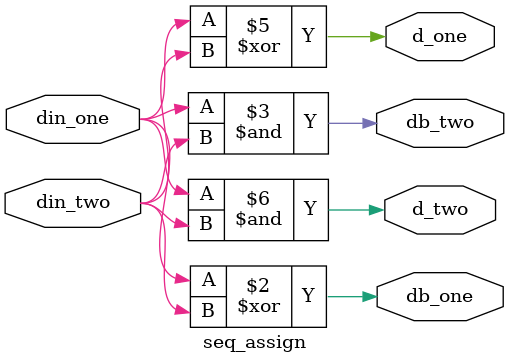
<source format=v>
`timescale 1ns/1ns

module seq_assign( 
    input din_one,
    input din_two,
    
    output reg db_one, //×èÈûË³Ðò¸³ÖµÊä³ö
    output reg db_two, //×èÈûË³Ðò¸³ÖµÊä³ö
    output reg d_one,  //·Ç×èÈûË³Ðò¸³ÖµÊä³ö
    output reg d_two   //·Ç×èÈûË³Ðò¸³ÖµÊä³ö
    
    );    
    
    //×èÈûË³Ðò¸³ÖµÓï¾äÓ¦ÓÃ
    always @(din_one, din_two)
    begin
        db_one = din_one ^ din_two;
        db_two = din_one & din_two;
    end
    
    //·Ç×èÈûË³Ðò¸³ÖµÓï¾äÓ¦ÓÃ
    always @(din_one, din_two)
    begin
        d_one = din_one ^ din_two;
        d_two = din_one & din_two;
    end
        
endmodule
// END OF seq_assign.v FILE ***************************************************

    
   

</source>
